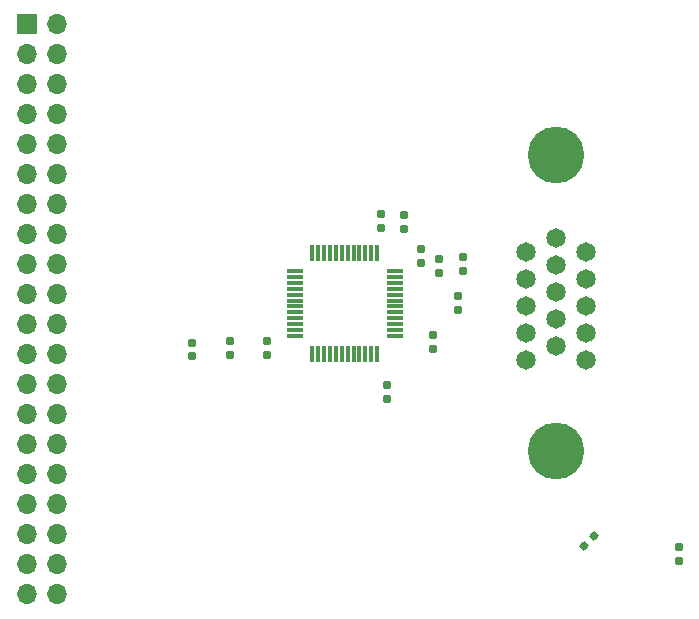
<source format=gbr>
%TF.GenerationSoftware,KiCad,Pcbnew,7.0.7*%
%TF.CreationDate,2023-11-25T23:50:18-06:00*%
%TF.ProjectId,DAC2DE0,44414332-4445-4302-9e6b-696361645f70,rev?*%
%TF.SameCoordinates,Original*%
%TF.FileFunction,Soldermask,Top*%
%TF.FilePolarity,Negative*%
%FSLAX46Y46*%
G04 Gerber Fmt 4.6, Leading zero omitted, Abs format (unit mm)*
G04 Created by KiCad (PCBNEW 7.0.7) date 2023-11-25 23:50:18*
%MOMM*%
%LPD*%
G01*
G04 APERTURE LIST*
G04 Aperture macros list*
%AMRoundRect*
0 Rectangle with rounded corners*
0 $1 Rounding radius*
0 $2 $3 $4 $5 $6 $7 $8 $9 X,Y pos of 4 corners*
0 Add a 4 corners polygon primitive as box body*
4,1,4,$2,$3,$4,$5,$6,$7,$8,$9,$2,$3,0*
0 Add four circle primitives for the rounded corners*
1,1,$1+$1,$2,$3*
1,1,$1+$1,$4,$5*
1,1,$1+$1,$6,$7*
1,1,$1+$1,$8,$9*
0 Add four rect primitives between the rounded corners*
20,1,$1+$1,$2,$3,$4,$5,0*
20,1,$1+$1,$4,$5,$6,$7,0*
20,1,$1+$1,$6,$7,$8,$9,0*
20,1,$1+$1,$8,$9,$2,$3,0*%
G04 Aperture macros list end*
%ADD10RoundRect,0.160000X0.026517X0.252791X-0.252791X-0.026517X-0.026517X-0.252791X0.252791X0.026517X0*%
%ADD11RoundRect,0.160000X-0.160000X0.197500X-0.160000X-0.197500X0.160000X-0.197500X0.160000X0.197500X0*%
%ADD12RoundRect,0.160000X0.160000X-0.197500X0.160000X0.197500X-0.160000X0.197500X-0.160000X-0.197500X0*%
%ADD13RoundRect,0.155000X-0.155000X0.212500X-0.155000X-0.212500X0.155000X-0.212500X0.155000X0.212500X0*%
%ADD14R,1.700000X1.700000*%
%ADD15O,1.700000X1.700000*%
%ADD16R,0.300000X1.475000*%
%ADD17R,1.475000X0.300000*%
%ADD18C,4.800000*%
%ADD19C,1.650000*%
G04 APERTURE END LIST*
D10*
%TO.C,R8*%
X211496496Y-117433504D03*
X210651504Y-118278496D03*
%TD*%
D11*
%TO.C,R7*%
X218694000Y-118376100D03*
X218694000Y-119571100D03*
%TD*%
%TO.C,R6*%
X194005200Y-104660100D03*
X194005200Y-105855100D03*
%TD*%
D12*
%TO.C,R5*%
X195427600Y-91427900D03*
X195427600Y-90232900D03*
%TD*%
D11*
%TO.C,R4*%
X193497200Y-90182100D03*
X193497200Y-91377100D03*
%TD*%
D12*
%TO.C,R3*%
X200406000Y-95034700D03*
X200406000Y-93839700D03*
%TD*%
D11*
%TO.C,R2*%
X199999600Y-97090900D03*
X199999600Y-98285900D03*
%TD*%
%TO.C,R1*%
X197916800Y-100443700D03*
X197916800Y-101638700D03*
%TD*%
D13*
%TO.C,C5*%
X177444400Y-101083300D03*
X177444400Y-102218300D03*
%TD*%
%TO.C,C4*%
X180695600Y-100981700D03*
X180695600Y-102116700D03*
%TD*%
%TO.C,C3*%
X183794400Y-100960200D03*
X183794400Y-102095200D03*
%TD*%
%TO.C,C2*%
X198424800Y-94022100D03*
X198424800Y-95157100D03*
%TD*%
%TO.C,C1*%
X196850000Y-93158500D03*
X196850000Y-94293500D03*
%TD*%
D14*
%TO.C,J3*%
X163474400Y-74117200D03*
D15*
X166014400Y-74117200D03*
X163474400Y-76657200D03*
X166014400Y-76657200D03*
X163474400Y-79197200D03*
X166014400Y-79197200D03*
X163474400Y-81737200D03*
X166014400Y-81737200D03*
X163474400Y-84277200D03*
X166014400Y-84277200D03*
X163474400Y-86817200D03*
X166014400Y-86817200D03*
X163474400Y-89357200D03*
X166014400Y-89357200D03*
X163474400Y-91897200D03*
X166014400Y-91897200D03*
X163474400Y-94437200D03*
X166014400Y-94437200D03*
X163474400Y-96977200D03*
X166014400Y-96977200D03*
X163474400Y-99517200D03*
X166014400Y-99517200D03*
X163474400Y-102057200D03*
X166014400Y-102057200D03*
X163474400Y-104597200D03*
X166014400Y-104597200D03*
X163474400Y-107137200D03*
X166014400Y-107137200D03*
X163474400Y-109677200D03*
X166014400Y-109677200D03*
X163474400Y-112217200D03*
X166014400Y-112217200D03*
X163474400Y-114757200D03*
X166014400Y-114757200D03*
X163474400Y-117297200D03*
X166014400Y-117297200D03*
X163474400Y-119837200D03*
X166014400Y-119837200D03*
X163474400Y-122377200D03*
X166014400Y-122377200D03*
%TD*%
D16*
%TO.C,IC1*%
X187648400Y-93528600D03*
X188148400Y-93528600D03*
X188648400Y-93528600D03*
X189148400Y-93528600D03*
X189648400Y-93528600D03*
X190148400Y-93528600D03*
X190648400Y-93528600D03*
X191148400Y-93528600D03*
X191648400Y-93528600D03*
X192148400Y-93528600D03*
X192648400Y-93528600D03*
X193148400Y-93528600D03*
D17*
X194636400Y-95016600D03*
X194636400Y-95516600D03*
X194636400Y-96016600D03*
X194636400Y-96516600D03*
X194636400Y-97016600D03*
X194636400Y-97516600D03*
X194636400Y-98016600D03*
X194636400Y-98516600D03*
X194636400Y-99016600D03*
X194636400Y-99516600D03*
X194636400Y-100016600D03*
X194636400Y-100516600D03*
D16*
X193148400Y-102004600D03*
X192648400Y-102004600D03*
X192148400Y-102004600D03*
X191648400Y-102004600D03*
X191148400Y-102004600D03*
X190648400Y-102004600D03*
X190148400Y-102004600D03*
X189648400Y-102004600D03*
X189148400Y-102004600D03*
X188648400Y-102004600D03*
X188148400Y-102004600D03*
X187648400Y-102004600D03*
D17*
X186160400Y-100516600D03*
X186160400Y-100016600D03*
X186160400Y-99516600D03*
X186160400Y-99016600D03*
X186160400Y-98516600D03*
X186160400Y-98016600D03*
X186160400Y-97516600D03*
X186160400Y-97016600D03*
X186160400Y-96516600D03*
X186160400Y-96016600D03*
X186160400Y-95516600D03*
X186160400Y-95016600D03*
%TD*%
D18*
%TO.C,J1*%
X208280000Y-110214800D03*
X208280000Y-85224800D03*
D19*
X210820000Y-102549800D03*
X210820000Y-100259800D03*
X210820000Y-97969800D03*
X210820000Y-95679800D03*
X210820000Y-93389800D03*
X208280000Y-101404800D03*
X208280000Y-99114800D03*
X208280000Y-96824800D03*
X208280000Y-94534800D03*
X208280000Y-92244800D03*
X205740000Y-102549800D03*
X205740000Y-100259800D03*
X205740000Y-97969800D03*
X205740000Y-95679800D03*
X205740000Y-93389800D03*
%TD*%
M02*

</source>
